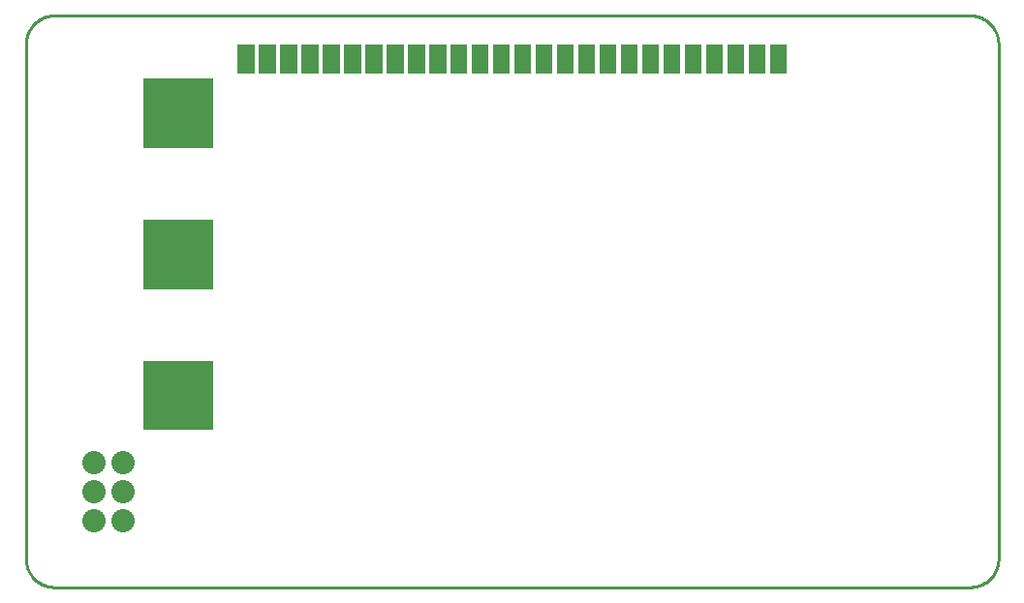
<source format=gbs>
G04 (created by PCBNEW-RS274X (2012-apr-16-27)-stable) date Sat 31 Aug 2013 11:02:28 PM CEST*
G01*
G70*
G90*
%MOIN*%
G04 Gerber Fmt 3.4, Leading zero omitted, Abs format*
%FSLAX34Y34*%
G04 APERTURE LIST*
%ADD10C,0.006000*%
%ADD11C,0.000100*%
%ADD12C,0.010000*%
%ADD13C,0.080000*%
G04 APERTURE END LIST*
G54D10*
G54D11*
G36*
X30713Y-27152D02*
X28320Y-27152D01*
X28320Y-29541D01*
X30713Y-29541D01*
X30713Y-27152D01*
X30713Y-27152D01*
X30713Y-27152D01*
G37*
G36*
X30713Y-32006D02*
X28320Y-32006D01*
X28320Y-34395D01*
X30713Y-34395D01*
X30713Y-32006D01*
X30713Y-32006D01*
X30713Y-32006D01*
G37*
G36*
X30713Y-36860D02*
X28320Y-36860D01*
X28320Y-39249D01*
X30713Y-39249D01*
X30713Y-36860D01*
X30713Y-36860D01*
X30713Y-36860D01*
G37*
G36*
X31563Y-26959D02*
X32148Y-26959D01*
X32148Y-25959D01*
X31563Y-25959D01*
X31563Y-26959D01*
X31563Y-26959D01*
G37*
G36*
X32296Y-26959D02*
X32881Y-26959D01*
X32881Y-25959D01*
X32296Y-25959D01*
X32296Y-26959D01*
X32296Y-26959D01*
G37*
G36*
X33028Y-26959D02*
X33613Y-26959D01*
X33613Y-25959D01*
X33028Y-25959D01*
X33028Y-26959D01*
X33028Y-26959D01*
G37*
G36*
X33761Y-26959D02*
X34346Y-26959D01*
X34346Y-25959D01*
X33761Y-25959D01*
X33761Y-26959D01*
X33761Y-26959D01*
G37*
G36*
X34493Y-26959D02*
X35078Y-26959D01*
X35078Y-25959D01*
X34493Y-25959D01*
X34493Y-26959D01*
X34493Y-26959D01*
G37*
G36*
X35226Y-26959D02*
X35811Y-26959D01*
X35811Y-25959D01*
X35226Y-25959D01*
X35226Y-26959D01*
X35226Y-26959D01*
G37*
G36*
X35958Y-26959D02*
X36543Y-26959D01*
X36543Y-25959D01*
X35958Y-25959D01*
X35958Y-26959D01*
X35958Y-26959D01*
G37*
G36*
X36691Y-26959D02*
X37276Y-26959D01*
X37276Y-25959D01*
X36691Y-25959D01*
X36691Y-26959D01*
X36691Y-26959D01*
G37*
G36*
X37423Y-26959D02*
X38008Y-26959D01*
X38008Y-25959D01*
X37423Y-25959D01*
X37423Y-26959D01*
X37423Y-26959D01*
G37*
G36*
X38156Y-26959D02*
X38741Y-26959D01*
X38741Y-25959D01*
X38156Y-25959D01*
X38156Y-26959D01*
X38156Y-26959D01*
G37*
G36*
X38888Y-26959D02*
X39473Y-26959D01*
X39473Y-25959D01*
X38888Y-25959D01*
X38888Y-26959D01*
X38888Y-26959D01*
G37*
G36*
X39621Y-26959D02*
X40206Y-26959D01*
X40206Y-25959D01*
X39621Y-25959D01*
X39621Y-26959D01*
X39621Y-26959D01*
G37*
G36*
X40353Y-26959D02*
X40938Y-26959D01*
X40938Y-25959D01*
X40353Y-25959D01*
X40353Y-26959D01*
X40353Y-26959D01*
G37*
G36*
X41086Y-26959D02*
X41671Y-26959D01*
X41671Y-25959D01*
X41086Y-25959D01*
X41086Y-26959D01*
X41086Y-26959D01*
G37*
G36*
X41818Y-26959D02*
X42403Y-26959D01*
X42403Y-25959D01*
X41818Y-25959D01*
X41818Y-26959D01*
X41818Y-26959D01*
G37*
G36*
X42551Y-26959D02*
X43136Y-26959D01*
X43136Y-25959D01*
X42551Y-25959D01*
X42551Y-26959D01*
X42551Y-26959D01*
G37*
G36*
X43283Y-26959D02*
X43868Y-26959D01*
X43868Y-25959D01*
X43283Y-25959D01*
X43283Y-26959D01*
X43283Y-26959D01*
G37*
G36*
X44016Y-26959D02*
X44601Y-26959D01*
X44601Y-25959D01*
X44016Y-25959D01*
X44016Y-26959D01*
X44016Y-26959D01*
G37*
G36*
X44748Y-26959D02*
X45333Y-26959D01*
X45333Y-25959D01*
X44748Y-25959D01*
X44748Y-26959D01*
X44748Y-26959D01*
G37*
G36*
X45481Y-26959D02*
X46066Y-26959D01*
X46066Y-25959D01*
X45481Y-25959D01*
X45481Y-26959D01*
X45481Y-26959D01*
G37*
G36*
X46213Y-26959D02*
X46798Y-26959D01*
X46798Y-25959D01*
X46213Y-25959D01*
X46213Y-26959D01*
X46213Y-26959D01*
G37*
G36*
X46946Y-26959D02*
X47531Y-26959D01*
X47531Y-25959D01*
X46946Y-25959D01*
X46946Y-26959D01*
X46946Y-26959D01*
G37*
G36*
X47678Y-26959D02*
X48263Y-26959D01*
X48263Y-25959D01*
X47678Y-25959D01*
X47678Y-26959D01*
X47678Y-26959D01*
G37*
G36*
X48411Y-26959D02*
X48996Y-26959D01*
X48996Y-25959D01*
X48411Y-25959D01*
X48411Y-26959D01*
X48411Y-26959D01*
G37*
G36*
X49143Y-26959D02*
X49728Y-26959D01*
X49728Y-25959D01*
X49143Y-25959D01*
X49143Y-26959D01*
X49143Y-26959D01*
G37*
G36*
X49876Y-26959D02*
X50461Y-26959D01*
X50461Y-25959D01*
X49876Y-25959D01*
X49876Y-26959D01*
X49876Y-26959D01*
G37*
G54D12*
X25266Y-24972D02*
X56758Y-24972D01*
X56758Y-24972D02*
X56809Y-24974D01*
X56809Y-24974D02*
X56859Y-24978D01*
X56859Y-24978D02*
X56909Y-24984D01*
X56909Y-24984D02*
X56957Y-24992D01*
X56957Y-24992D02*
X57005Y-25003D01*
X57005Y-25003D02*
X57052Y-25017D01*
X57052Y-25017D02*
X57098Y-25032D01*
X57098Y-25032D02*
X57143Y-25050D01*
X57143Y-25050D02*
X57186Y-25069D01*
X57186Y-25069D02*
X57229Y-25091D01*
X57229Y-25091D02*
X57270Y-25115D01*
X57270Y-25115D02*
X57310Y-25140D01*
X57310Y-25140D02*
X57349Y-25168D01*
X57349Y-25168D02*
X57386Y-25197D01*
X57386Y-25197D02*
X57422Y-25228D01*
X57422Y-25228D02*
X57456Y-25261D01*
X57456Y-25261D02*
X57489Y-25295D01*
X57489Y-25295D02*
X57520Y-25331D01*
X57520Y-25331D02*
X57549Y-25368D01*
X57549Y-25368D02*
X57576Y-25407D01*
X57576Y-25407D02*
X57602Y-25447D01*
X57602Y-25447D02*
X57626Y-25488D01*
X57626Y-25488D02*
X57647Y-25530D01*
X57647Y-25530D02*
X57667Y-25574D01*
X57667Y-25574D02*
X57685Y-25619D01*
X57685Y-25619D02*
X57700Y-25665D01*
X57700Y-25665D02*
X57713Y-25712D01*
X57713Y-25712D02*
X57724Y-25759D01*
X57724Y-25759D02*
X57733Y-25808D01*
X57733Y-25808D02*
X57739Y-25857D01*
X57739Y-25857D02*
X57743Y-25908D01*
X57743Y-25908D02*
X57744Y-25959D01*
X57744Y-25959D02*
X57744Y-43671D01*
X57744Y-43671D02*
X57743Y-43722D01*
X57743Y-43722D02*
X57739Y-43773D01*
X57739Y-43773D02*
X57733Y-43822D01*
X57733Y-43822D02*
X57724Y-43871D01*
X57724Y-43871D02*
X57713Y-43918D01*
X57713Y-43918D02*
X57700Y-43965D01*
X57700Y-43965D02*
X57685Y-44011D01*
X57685Y-44011D02*
X57667Y-44056D01*
X57667Y-44056D02*
X57647Y-44100D01*
X57647Y-44100D02*
X57626Y-44142D01*
X57626Y-44142D02*
X57602Y-44183D01*
X57602Y-44183D02*
X57576Y-44223D01*
X57576Y-44223D02*
X57549Y-44262D01*
X57549Y-44262D02*
X57520Y-44299D01*
X57520Y-44299D02*
X57489Y-44335D01*
X57489Y-44335D02*
X57456Y-44369D01*
X57456Y-44369D02*
X57422Y-44402D01*
X57422Y-44402D02*
X57386Y-44433D01*
X57386Y-44433D02*
X57349Y-44462D01*
X57349Y-44462D02*
X57310Y-44490D01*
X57310Y-44490D02*
X57270Y-44515D01*
X57270Y-44515D02*
X57229Y-44539D01*
X57229Y-44539D02*
X57186Y-44561D01*
X57186Y-44561D02*
X57143Y-44580D01*
X57143Y-44580D02*
X57098Y-44598D01*
X57098Y-44598D02*
X57052Y-44613D01*
X57052Y-44613D02*
X57005Y-44627D01*
X57005Y-44627D02*
X56957Y-44638D01*
X56957Y-44638D02*
X56909Y-44646D01*
X56909Y-44646D02*
X56859Y-44652D01*
X56859Y-44652D02*
X56809Y-44656D01*
X56809Y-44656D02*
X56758Y-44658D01*
X56758Y-44658D02*
X25266Y-44658D01*
X25266Y-44658D02*
X25215Y-44656D01*
X25215Y-44656D02*
X25165Y-44652D01*
X25165Y-44652D02*
X25115Y-44646D01*
X25115Y-44646D02*
X25067Y-44638D01*
X25067Y-44638D02*
X25019Y-44627D01*
X25019Y-44627D02*
X24972Y-44613D01*
X24972Y-44613D02*
X24926Y-44598D01*
X24926Y-44598D02*
X24881Y-44580D01*
X24881Y-44580D02*
X24838Y-44561D01*
X24838Y-44561D02*
X24795Y-44539D01*
X24795Y-44539D02*
X24754Y-44515D01*
X24754Y-44515D02*
X24714Y-44490D01*
X24714Y-44490D02*
X24675Y-44462D01*
X24675Y-44462D02*
X24638Y-44433D01*
X24638Y-44433D02*
X24602Y-44402D01*
X24602Y-44402D02*
X24568Y-44369D01*
X24568Y-44369D02*
X24535Y-44335D01*
X24535Y-44335D02*
X24504Y-44299D01*
X24504Y-44299D02*
X24475Y-44262D01*
X24475Y-44262D02*
X24448Y-44223D01*
X24448Y-44223D02*
X24422Y-44183D01*
X24422Y-44183D02*
X24398Y-44142D01*
X24398Y-44142D02*
X24377Y-44100D01*
X24377Y-44100D02*
X24357Y-44056D01*
X24357Y-44056D02*
X24339Y-44011D01*
X24339Y-44011D02*
X24324Y-43965D01*
X24324Y-43965D02*
X24311Y-43918D01*
X24311Y-43918D02*
X24300Y-43871D01*
X24300Y-43871D02*
X24291Y-43822D01*
X24291Y-43822D02*
X24285Y-43773D01*
X24285Y-43773D02*
X24281Y-43722D01*
X24281Y-43722D02*
X24280Y-43671D01*
X24280Y-43671D02*
X24280Y-25959D01*
X24280Y-25959D02*
X24281Y-25908D01*
X24281Y-25908D02*
X24285Y-25857D01*
X24285Y-25857D02*
X24291Y-25808D01*
X24291Y-25808D02*
X24300Y-25759D01*
X24300Y-25759D02*
X24311Y-25712D01*
X24311Y-25712D02*
X24324Y-25665D01*
X24324Y-25665D02*
X24339Y-25619D01*
X24339Y-25619D02*
X24357Y-25574D01*
X24357Y-25574D02*
X24377Y-25530D01*
X24377Y-25530D02*
X24398Y-25488D01*
X24398Y-25488D02*
X24422Y-25447D01*
X24422Y-25447D02*
X24448Y-25407D01*
X24448Y-25407D02*
X24475Y-25368D01*
X24475Y-25368D02*
X24504Y-25331D01*
X24504Y-25331D02*
X24535Y-25295D01*
X24535Y-25295D02*
X24568Y-25261D01*
X24568Y-25261D02*
X24602Y-25228D01*
X24602Y-25228D02*
X24638Y-25197D01*
X24638Y-25197D02*
X24675Y-25168D01*
X24675Y-25168D02*
X24714Y-25140D01*
X24714Y-25140D02*
X24754Y-25115D01*
X24754Y-25115D02*
X24795Y-25091D01*
X24795Y-25091D02*
X24838Y-25069D01*
X24838Y-25069D02*
X24881Y-25050D01*
X24881Y-25050D02*
X24926Y-25032D01*
X24926Y-25032D02*
X24972Y-25017D01*
X24972Y-25017D02*
X25019Y-25003D01*
X25019Y-25003D02*
X25067Y-24992D01*
X25067Y-24992D02*
X25115Y-24984D01*
X25115Y-24984D02*
X25165Y-24978D01*
X25165Y-24978D02*
X25215Y-24974D01*
X25215Y-24974D02*
X25266Y-24972D01*
X25266Y-24972D02*
X25266Y-24972D01*
G54D13*
X26623Y-40354D03*
X26623Y-41354D03*
X26623Y-42354D03*
X27623Y-40354D03*
X27623Y-41354D03*
X27623Y-42354D03*
M02*

</source>
